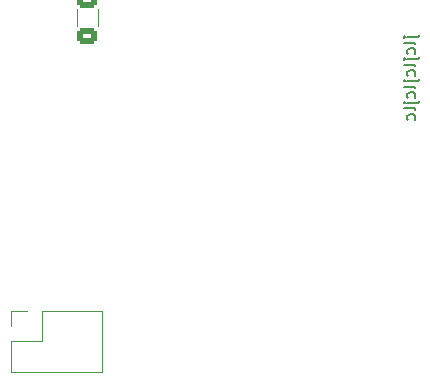
<source format=gbr>
G04 #@! TF.GenerationSoftware,KiCad,Pcbnew,(6.99.0-2452-gdb4f2d9dd8)*
G04 #@! TF.CreationDate,2022-08-02T22:01:28-05:00*
G04 #@! TF.ProjectId,TofG,546f6647-2e6b-4696-9361-645f70636258,rev?*
G04 #@! TF.SameCoordinates,Original*
G04 #@! TF.FileFunction,Legend,Bot*
G04 #@! TF.FilePolarity,Positive*
%FSLAX46Y46*%
G04 Gerber Fmt 4.6, Leading zero omitted, Abs format (unit mm)*
G04 Created by KiCad (PCBNEW (6.99.0-2452-gdb4f2d9dd8)) date 2022-08-02 22:01:28*
%MOMM*%
%LPD*%
G01*
G04 APERTURE LIST*
G04 Aperture macros list*
%AMRoundRect*
0 Rectangle with rounded corners*
0 $1 Rounding radius*
0 $2 $3 $4 $5 $6 $7 $8 $9 X,Y pos of 4 corners*
0 Add a 4 corners polygon primitive as box body*
4,1,4,$2,$3,$4,$5,$6,$7,$8,$9,$2,$3,0*
0 Add four circle primitives for the rounded corners*
1,1,$1+$1,$2,$3*
1,1,$1+$1,$4,$5*
1,1,$1+$1,$6,$7*
1,1,$1+$1,$8,$9*
0 Add four rect primitives between the rounded corners*
20,1,$1+$1,$2,$3,$4,$5,0*
20,1,$1+$1,$4,$5,$6,$7,0*
20,1,$1+$1,$6,$7,$8,$9,0*
20,1,$1+$1,$8,$9,$2,$3,0*%
G04 Aperture macros list end*
%ADD10C,0.150000*%
%ADD11C,0.120000*%
%ADD12C,1.800000*%
%ADD13R,1.800000X1.800000*%
%ADD14O,1.700000X1.700000*%
%ADD15R,1.700000X1.700000*%
%ADD16RoundRect,0.250000X-0.625000X0.400000X-0.625000X-0.400000X0.625000X-0.400000X0.625000X0.400000X0*%
G04 APERTURE END LIST*
D10*
X85500714Y-71423809D02*
X86357857Y-71423809D01*
X86357857Y-71423809D02*
X86453095Y-71376190D01*
X86453095Y-71376190D02*
X86500714Y-71280952D01*
X86500714Y-71280952D02*
X86500714Y-71233333D01*
X85167380Y-71423809D02*
X85215000Y-71376190D01*
X85215000Y-71376190D02*
X85262619Y-71423809D01*
X85262619Y-71423809D02*
X85215000Y-71471428D01*
X85215000Y-71471428D02*
X85167380Y-71423809D01*
X85167380Y-71423809D02*
X85262619Y-71423809D01*
X86167380Y-72042856D02*
X86119761Y-71947618D01*
X86119761Y-71947618D02*
X86024523Y-71899999D01*
X86024523Y-71899999D02*
X85167380Y-71899999D01*
X86119761Y-72852380D02*
X86167380Y-72757142D01*
X86167380Y-72757142D02*
X86167380Y-72566666D01*
X86167380Y-72566666D02*
X86119761Y-72471428D01*
X86119761Y-72471428D02*
X86072142Y-72423809D01*
X86072142Y-72423809D02*
X85976904Y-72376190D01*
X85976904Y-72376190D02*
X85691190Y-72376190D01*
X85691190Y-72376190D02*
X85595952Y-72423809D01*
X85595952Y-72423809D02*
X85548333Y-72471428D01*
X85548333Y-72471428D02*
X85500714Y-72566666D01*
X85500714Y-72566666D02*
X85500714Y-72757142D01*
X85500714Y-72757142D02*
X85548333Y-72852380D01*
X85500714Y-73280952D02*
X86357857Y-73280952D01*
X86357857Y-73280952D02*
X86453095Y-73233333D01*
X86453095Y-73233333D02*
X86500714Y-73138095D01*
X86500714Y-73138095D02*
X86500714Y-73090476D01*
X85167380Y-73280952D02*
X85215000Y-73233333D01*
X85215000Y-73233333D02*
X85262619Y-73280952D01*
X85262619Y-73280952D02*
X85215000Y-73328571D01*
X85215000Y-73328571D02*
X85167380Y-73280952D01*
X85167380Y-73280952D02*
X85262619Y-73280952D01*
X86167380Y-73899999D02*
X86119761Y-73804761D01*
X86119761Y-73804761D02*
X86024523Y-73757142D01*
X86024523Y-73757142D02*
X85167380Y-73757142D01*
X86119761Y-74709523D02*
X86167380Y-74614285D01*
X86167380Y-74614285D02*
X86167380Y-74423809D01*
X86167380Y-74423809D02*
X86119761Y-74328571D01*
X86119761Y-74328571D02*
X86072142Y-74280952D01*
X86072142Y-74280952D02*
X85976904Y-74233333D01*
X85976904Y-74233333D02*
X85691190Y-74233333D01*
X85691190Y-74233333D02*
X85595952Y-74280952D01*
X85595952Y-74280952D02*
X85548333Y-74328571D01*
X85548333Y-74328571D02*
X85500714Y-74423809D01*
X85500714Y-74423809D02*
X85500714Y-74614285D01*
X85500714Y-74614285D02*
X85548333Y-74709523D01*
X85500714Y-75138095D02*
X86357857Y-75138095D01*
X86357857Y-75138095D02*
X86453095Y-75090476D01*
X86453095Y-75090476D02*
X86500714Y-74995238D01*
X86500714Y-74995238D02*
X86500714Y-74947619D01*
X85167380Y-75138095D02*
X85215000Y-75090476D01*
X85215000Y-75090476D02*
X85262619Y-75138095D01*
X85262619Y-75138095D02*
X85215000Y-75185714D01*
X85215000Y-75185714D02*
X85167380Y-75138095D01*
X85167380Y-75138095D02*
X85262619Y-75138095D01*
X86167380Y-75757142D02*
X86119761Y-75661904D01*
X86119761Y-75661904D02*
X86024523Y-75614285D01*
X86024523Y-75614285D02*
X85167380Y-75614285D01*
X86119761Y-76566666D02*
X86167380Y-76471428D01*
X86167380Y-76471428D02*
X86167380Y-76280952D01*
X86167380Y-76280952D02*
X86119761Y-76185714D01*
X86119761Y-76185714D02*
X86072142Y-76138095D01*
X86072142Y-76138095D02*
X85976904Y-76090476D01*
X85976904Y-76090476D02*
X85691190Y-76090476D01*
X85691190Y-76090476D02*
X85595952Y-76138095D01*
X85595952Y-76138095D02*
X85548333Y-76185714D01*
X85548333Y-76185714D02*
X85500714Y-76280952D01*
X85500714Y-76280952D02*
X85500714Y-76471428D01*
X85500714Y-76471428D02*
X85548333Y-76566666D01*
X85500714Y-76995238D02*
X86357857Y-76995238D01*
X86357857Y-76995238D02*
X86453095Y-76947619D01*
X86453095Y-76947619D02*
X86500714Y-76852381D01*
X86500714Y-76852381D02*
X86500714Y-76804762D01*
X85167380Y-76995238D02*
X85215000Y-76947619D01*
X85215000Y-76947619D02*
X85262619Y-76995238D01*
X85262619Y-76995238D02*
X85215000Y-77042857D01*
X85215000Y-77042857D02*
X85167380Y-76995238D01*
X85167380Y-76995238D02*
X85262619Y-76995238D01*
X86167380Y-77614285D02*
X86119761Y-77519047D01*
X86119761Y-77519047D02*
X86024523Y-77471428D01*
X86024523Y-77471428D02*
X85167380Y-77471428D01*
X86119761Y-78423809D02*
X86167380Y-78328571D01*
X86167380Y-78328571D02*
X86167380Y-78138095D01*
X86167380Y-78138095D02*
X86119761Y-78042857D01*
X86119761Y-78042857D02*
X86072142Y-77995238D01*
X86072142Y-77995238D02*
X85976904Y-77947619D01*
X85976904Y-77947619D02*
X85691190Y-77947619D01*
X85691190Y-77947619D02*
X85595952Y-77995238D01*
X85595952Y-77995238D02*
X85548333Y-78042857D01*
X85548333Y-78042857D02*
X85500714Y-78138095D01*
X85500714Y-78138095D02*
X85500714Y-78328571D01*
X85500714Y-78328571D02*
X85548333Y-78423809D01*
D11*
X51930000Y-99800000D02*
X59670000Y-99800000D01*
X51930000Y-97200000D02*
X51930000Y-99800000D01*
X54530000Y-97200000D02*
X51930000Y-97200000D01*
X51930000Y-94600000D02*
X51930000Y-95930000D01*
X53260000Y-94600000D02*
X51930000Y-94600000D01*
X54530000Y-94600000D02*
X54530000Y-97200000D01*
X54530000Y-94600000D02*
X59670000Y-94600000D01*
X59670000Y-94600000D02*
X59670000Y-99800000D01*
X59310000Y-69072936D02*
X59310000Y-70527064D01*
X57490000Y-69072936D02*
X57490000Y-70527064D01*
%LPC*%
D12*
X67360000Y-60500000D03*
D13*
X69899999Y-60499999D03*
D14*
X58339999Y-98469999D03*
X58339999Y-95929999D03*
X55799999Y-98469999D03*
X55799999Y-95929999D03*
X53259999Y-98469999D03*
D15*
X53259999Y-95929999D03*
D16*
X58400000Y-68250000D03*
X58400000Y-71350000D03*
M02*

</source>
